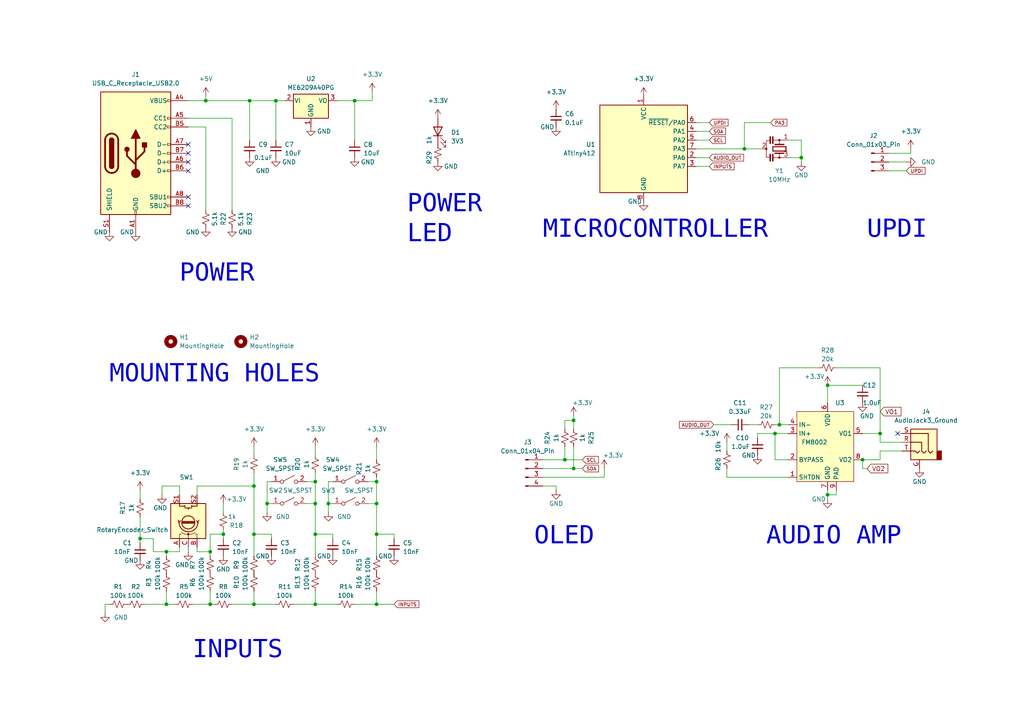
<source format=kicad_sch>
(kicad_sch (version 20230121) (generator eeschema)
  (paper "A4")
  (lib_symbols
    (symbol "Connector:Conn_01x03_Pin" (pin_names (offset 1.016) hide)
      (property "Reference" "J" (at 0 5.08 0))
      (property "Value" "Conn_01x03_Pin" (at 0 -5.08 0))
      (symbol "Conn_01x03_Pin_1_1"
        (polyline (pts (xy 1.27 -2.54) (xy 0.8636 -2.54)) (stroke (width 0.1524)))
        (polyline (pts (xy 1.27 0) (xy 0.8636 0)) (stroke (width 0.1524)))
        (polyline (pts (xy 1.27 2.54) (xy 0.8636 2.54)) (stroke (width 0.1524)))
        (rectangle (start 0.8636 -2.413) (end 0 -2.667) (stroke (width 0.1524)) (fill (type outline)))
        (rectangle (start 0.8636 0.127) (end 0 -0.127) (stroke (width 0.1524)) (fill (type outline)))
        (rectangle (start 0.8636 2.667) (end 0 2.413) (stroke (width 0.1524)) (fill (type outline)))
        (pin passive line (at 5.08 2.54 180) (length 3.81) (name "Pin_1") (number "1"))
        (pin passive line (at 5.08 0 180) (length 3.81) (name "Pin_2") (number "2"))
        (pin passive line (at 5.08 -2.54 180) (length 3.81) (name "Pin_3") (number "3"))
      )
    )
    (symbol "Connector:Conn_01x04_Pin" (pin_names (offset 1.016) hide)
      (property "Reference" "J" (at 0 5.08 0))
      (property "Value" "Conn_01x04_Pin" (at 0 -7.62 0))
      (symbol "Conn_01x04_Pin_1_1"
        (polyline (pts (xy 1.27 -5.08) (xy 0.8636 -5.08)) (stroke (width 0.1524)))
        (polyline (pts (xy 1.27 -2.54) (xy 0.8636 -2.54)) (stroke (width 0.1524)))
        (polyline (pts (xy 1.27 0) (xy 0.8636 0)) (stroke (width 0.1524)))
        (polyline (pts (xy 1.27 2.54) (xy 0.8636 2.54)) (stroke (width 0.1524)))
        (rectangle (start 0.8636 -4.953) (end 0 -5.207) (stroke (width 0.1524)) (fill (type outline)))
        (rectangle (start 0.8636 -2.413) (end 0 -2.667) (stroke (width 0.1524)) (fill (type outline)))
        (rectangle (start 0.8636 0.127) (end 0 -0.127) (stroke (width 0.1524)) (fill (type outline)))
        (rectangle (start 0.8636 2.667) (end 0 2.413) (stroke (width 0.1524)) (fill (type outline)))
        (pin passive line (at 5.08 2.54 180) (length 3.81) (name "Pin_1") (number "1"))
        (pin passive line (at 5.08 0 180) (length 3.81) (name "Pin_2") (number "2"))
        (pin passive line (at 5.08 -2.54 180) (length 3.81) (name "Pin_3") (number "3"))
        (pin passive line (at 5.08 -5.08 180) (length 3.81) (name "Pin_4") (number "4"))
      )
    )
    (symbol "Connector:USB_C_Receptacle_USB2.0" (pin_names (offset 1.016))
      (property "Reference" "J" (at -10.16 19.05 0))
      (property "Value" "USB_C_Receptacle_USB2.0" (at 19.05 19.05 0))
      (symbol "USB_C_Receptacle_USB2.0_0_0"
        (rectangle (start -0.254 -17.78) (end 0.254 -16.764))
        (rectangle (start 10.16 -14.986) (end 9.144 -15.494))
        (rectangle (start 10.16 -12.446) (end 9.144 -12.954))
        (rectangle (start 10.16 -4.826) (end 9.144 -5.334))
        (rectangle (start 10.16 -2.286) (end 9.144 -2.794))
        (rectangle (start 10.16 0.254) (end 9.144 -0.254))
        (rectangle (start 10.16 2.794) (end 9.144 2.286))
        (rectangle (start 10.16 7.874) (end 9.144 7.366))
        (rectangle (start 10.16 10.414) (end 9.144 9.906))
        (rectangle (start 10.16 15.494) (end 9.144 14.986))
      )
      (symbol "USB_C_Receptacle_USB2.0_0_1"
        (rectangle (start -10.16 17.78) (end 10.16 -17.78) (stroke (width 0.254)) (fill (type background)))
        (arc (start -8.89 -3.81) (mid -6.985 -5.7067) (end -5.08 -3.81) (stroke (width 0.508)))
        (arc (start -7.62 -3.81) (mid -6.985 -4.4423) (end -6.35 -3.81) (stroke (width 0.254)))
        (arc (start -7.62 -3.81) (mid -6.985 -4.4423) (end -6.35 -3.81) (stroke (width 0.254)) (fill (type outline)))
        (rectangle (start -7.62 -3.81) (end -6.35 3.81) (stroke (width 0.254)) (fill (type outline)))
        (arc (start -6.35 3.81) (mid -6.985 4.4423) (end -7.62 3.81) (stroke (width 0.254)))
        (arc (start -6.35 3.81) (mid -6.985 4.4423) (end -7.62 3.81) (stroke (width 0.254)) (fill (type outline)))
        (arc (start -5.08 3.81) (mid -6.985 5.7067) (end -8.89 3.81) (stroke (width 0.508)))
        (circle (center -2.54 1.143) (radius 0.635) (stroke (width 0.254)) (fill (type outline)))
        (circle (center 0 -5.842) (radius 1.27) (fill (type outline)))
        (polyline (pts (xy -8.89 -3.81) (xy -8.89 3.81)) (stroke (width 0.508)))
        (polyline (pts (xy -5.08 3.81) (xy -5.08 -3.81)) (stroke (width 0.508)))
        (polyline (pts (xy 0 -5.842) (xy 0 4.318)) (stroke (width 0.508)))
        (polyline (pts (xy 0 -3.302) (xy -2.54 -0.762) (xy -2.54 0.508)) (stroke (width 0.508)))
        (polyline (pts (xy 0 -2.032) (xy 2.54 0.508) (xy 2.54 1.778)) (stroke (width 0.508)))
        (polyline (pts (xy -1.27 4.318) (xy 0 6.858) (xy 1.27 4.318) (xy -1.27 4.318)) (stroke (width 0.254)) (fill (type outline)))
        (rectangle (start 1.905 1.778) (end 3.175 3.048) (stroke (width 0.254)) (fill (type outline)))
      )
      (symbol "USB_C_Receptacle_USB2.0_1_1"
        (pin passive line (at 0 -22.86 90) (length 5.08) (name "GND") (number "A1"))
        (pin passive line (at 0 -22.86 90) (length 5.08) hide (name "GND") (number "A12"))
        (pin passive line (at 15.24 15.24 180) (length 5.08) (name "VBUS") (number "A4"))
        (pin bidirectional line (at 15.24 10.16 180) (length 5.08) (name "CC1") (number "A5"))
        (pin bidirectional line (at 15.24 -2.54 180) (length 5.08) (name "D+") (number "A6"))
        (pin bidirectional line (at 15.24 2.54 180) (length 5.08) (name "D-") (number "A7"))
        (pin bidirectional line (at 15.24 -12.7 180) (length 5.08) (name "SBU1") (number "A8"))
        (pin passive line (at 15.24 15.24 180) (length 5.08) hide (name "VBUS") (number "A9"))
        (pin passive line (at 0 -22.86 90) (length 5.08) hide (name "GND") (number "B1"))
        (pin passive line (at 0 -22.86 90) (length 5.08) hide (name "GND") (number "B12"))
        (pin passive line (at 15.24 15.24 180) (length 5.08) hide (name "VBUS") (number "B4"))
        (pin bidirectional line (at 15.24 7.62 180) (length 5.08) (name "CC2") (number "B5"))
        (pin bidirectional line (at 15.24 -5.08 180) (length 5.08) (name "D+") (number "B6"))
        (pin bidirectional line (at 15.24 0 180) (length 5.08) (name "D-") (number "B7"))
        (pin bidirectional line (at 15.24 -15.24 180) (length 5.08) (name "SBU2") (number "B8"))
        (pin passive line (at 15.24 15.24 180) (length 5.08) hide (name "VBUS") (number "B9"))
        (pin passive line (at -7.62 -22.86 90) (length 5.08) (name "SHIELD") (number "S1"))
      )
    )
    (symbol "Device:C_Small" (pin_numbers hide) (pin_names (offset 0.254) hide)
      (property "Reference" "C" (at 0.254 1.778 0))
      (property "Value" "C_Small" (at 0.254 -2.032 0))
      (symbol "C_Small_0_1"
        (polyline (pts (xy -1.524 -0.508) (xy 1.524 -0.508)) (stroke (width 0.3302)))
        (polyline (pts (xy -1.524 0.508) (xy 1.524 0.508)) (stroke (width 0.3048)))
      )
      (symbol "C_Small_1_1"
        (pin passive line (at 0 2.54 270) (length 2.032) (name "~") (number "1"))
        (pin passive line (at 0 -2.54 90) (length 2.032) (name "~") (number "2"))
      )
    )
    (symbol "Device:LED" (pin_numbers hide) (pin_names (offset 1.016) hide)
      (property "Reference" "D" (at 0 2.54 0))
      (property "Value" "LED" (at 0 -2.54 0))
      (symbol "LED_0_1"
        (polyline (pts (xy -1.27 -1.27) (xy -1.27 1.27)) (stroke (width 0.254)))
        (polyline (pts (xy -1.27 0) (xy 1.27 0)))
        (polyline (pts (xy 1.27 -1.27) (xy 1.27 1.27) (xy -1.27 0) (xy 1.27 -1.27)) (stroke (width 0.254)))
        (polyline (pts (xy -3.048 -0.762) (xy -4.572 -2.286) (xy -3.81 -2.286) (xy -4.572 -2.286) (xy -4.572 -1.524)))
        (polyline (pts (xy -1.778 -0.762) (xy -3.302 -2.286) (xy -2.54 -2.286) (xy -3.302 -2.286) (xy -3.302 -1.524)))
      )
      (symbol "LED_1_1"
        (pin passive line (at -3.81 0 0) (length 2.54) (name "K") (number "1"))
        (pin passive line (at 3.81 0 180) (length 2.54) (name "A") (number "2"))
      )
    )
    (symbol "Device:R_Small_US" (pin_numbers hide) (pin_names (offset 0.254) hide)
      (property "Reference" "R" (at 0.762 0.508 0))
      (property "Value" "R_Small_US" (at 0.762 -1.016 0))
      (symbol "R_Small_US_1_1"
        (polyline (pts (xy 0 0) (xy 1.016 -0.381) (xy 0 -0.762) (xy -1.016 -1.143) (xy 0 -1.524)))
        (polyline (pts (xy 0 1.524) (xy 1.016 1.143) (xy 0 0.762) (xy -1.016 0.381) (xy 0 0)))
        (pin passive line (at 0 2.54 270) (length 1.016) (name "~") (number "1"))
        (pin passive line (at 0 -2.54 90) (length 1.016) (name "~") (number "2"))
      )
    )
    (symbol "Device:Resonator_Small" (pin_names (offset 1.016) hide)
      (property "Reference" "Y" (at 3.175 1.905 0))
      (property "Value" "Resonator_Small" (at 3.175 0 0))
      (symbol "Resonator_Small_0_1"
        (rectangle (start -3.556 -2.54) (end -1.524 -2.794) (fill (type outline)))
        (rectangle (start -3.556 -1.778) (end -1.524 -2.032) (fill (type outline)))
        (circle (center -2.54 0) (radius 0.254) (fill (type outline)))
        (rectangle (start -0.635 1.905) (end 0.635 -1.905) (stroke (width 0.3048)))
        (circle (center 0 -3.81) (radius 0.254) (fill (type outline)))
        (polyline (pts (xy -2.54 -1.778) (xy -2.54 0)))
        (polyline (pts (xy -2.54 0) (xy -1.397 0)))
        (polyline (pts (xy -2.54 1.27) (xy -2.54 0)))
        (polyline (pts (xy -1.27 -1.27) (xy -1.27 1.27)) (stroke (width 0.381)))
        (polyline (pts (xy 1.27 -1.27) (xy 1.27 1.27)) (stroke (width 0.381)))
        (polyline (pts (xy 1.27 0) (xy 2.54 0)))
        (polyline (pts (xy 2.54 0) (xy 2.54 -1.778)))
        (polyline (pts (xy 2.54 1.27) (xy 2.54 0)))
        (polyline (pts (xy 2.413 -2.794) (xy 2.413 -3.81) (xy -2.413 -3.81) (xy -2.413 -2.667)))
        (rectangle (start 1.524 -2.54) (end 3.556 -2.794) (fill (type outline)))
        (rectangle (start 1.524 -1.778) (end 3.556 -2.032) (fill (type outline)))
        (circle (center 2.54 0) (radius 0.254) (fill (type outline)))
      )
      (symbol "Resonator_Small_1_1"
        (pin passive line (at -2.54 2.54 270) (length 1.27) (name "1") (number "1"))
        (pin passive line (at 0 -5.08 90) (length 1.27) (name "2") (number "2"))
        (pin passive line (at 2.54 2.54 270) (length 1.27) (name "3") (number "3"))
      )
    )
    (symbol "Device:RotaryEncoder_Switch" (pin_names (offset 0.254) hide)
      (property "Reference" "SW" (at 0 6.604 0))
      (property "Value" "RotaryEncoder_Switch" (at 0 -6.604 0))
      (symbol "RotaryEncoder_Switch_0_1"
        (rectangle (start -5.08 5.08) (end 5.08 -5.08) (stroke (width 0.254)) (fill (type background)))
        (circle (center -3.81 0) (radius 0.254) (fill (type outline)))
        (circle (center -0.381 0) (radius 1.905) (stroke (width 0.254)))
        (arc (start -0.381 2.667) (mid -3.0988 -0.0635) (end -0.381 -2.794) (stroke (width 0.254)))
        (polyline (pts (xy -0.635 -1.778) (xy -0.635 1.778)) (stroke (width 0.254)))
        (polyline (pts (xy -0.381 -1.778) (xy -0.381 1.778)) (stroke (width 0.254)))
        (polyline (pts (xy -0.127 1.778) (xy -0.127 -1.778)) (stroke (width 0.254)))
        (polyline (pts (xy 3.81 0) (xy 3.429 0)) (stroke (width 0.254)))
        (polyline (pts (xy 3.81 1.016) (xy 3.81 -1.016)) (stroke (width 0.254)))
        (polyline (pts (xy -5.08 -2.54) (xy -3.81 -2.54) (xy -3.81 -2.032)))
        (polyline (pts (xy -5.08 2.54) (xy -3.81 2.54) (xy -3.81 2.032)))
        (polyline (pts (xy 0.254 -3.048) (xy -0.508 -2.794) (xy 0.127 -2.413)) (stroke (width 0.254)))
        (polyline (pts (xy 0.254 2.921) (xy -0.508 2.667) (xy 0.127 2.286)) (stroke (width 0.254)))
        (polyline (pts (xy 5.08 -2.54) (xy 4.318 -2.54) (xy 4.318 -1.016)) (stroke (width 0.254)))
        (polyline (pts (xy 5.08 2.54) (xy 4.318 2.54) (xy 4.318 1.016)) (stroke (width 0.254)))
        (polyline (pts (xy -5.08 0) (xy -3.81 0) (xy -3.81 -1.016) (xy -3.302 -2.032)))
        (polyline (pts (xy -4.318 0) (xy -3.81 0) (xy -3.81 1.016) (xy -3.302 2.032)))
        (circle (center 4.318 -1.016) (radius 0.127) (stroke (width 0.254)))
        (circle (center 4.318 1.016) (radius 0.127) (stroke (width 0.254)))
      )
      (symbol "RotaryEncoder_Switch_1_1"
        (pin passive line (at -7.62 2.54 0) (length 2.54) (name "A") (number "A"))
        (pin passive line (at -7.62 -2.54 0) (length 2.54) (name "B") (number "B"))
        (pin passive line (at -7.62 0 0) (length 2.54) (name "C") (number "C"))
        (pin passive line (at 7.62 2.54 180) (length 2.54) (name "S1") (number "S1"))
        (pin passive line (at 7.62 -2.54 180) (length 2.54) (name "S2") (number "S2"))
      )
    )
    (symbol "EzerLonginus:AudioJack3_Ground"
      (property "Reference" "J" (at 0 8.89 0))
      (property "Value" "AudioJack3_Ground" (at 0 6.35 0))
      (symbol "AudioJack3_Ground_0_1"
        (rectangle (start -5.08 -2.54) (end -6.35 -5.08) (stroke (width 0.254)) (fill (type outline)))
        (rectangle (start -5.08 3.81) (end 2.54 -5.08) (stroke (width 0.254)) (fill (type background)))
        (polyline (pts (xy 0 -2.54) (xy 0.635 -3.175) (xy 1.27 -2.54) (xy 2.54 -2.54)) (stroke (width 0.254)))
        (polyline (pts (xy -1.905 -2.54) (xy -1.27 -3.175) (xy -0.635 -2.54) (xy -0.635 0) (xy 2.54 0)) (stroke (width 0.254)))
        (polyline (pts (xy 2.54 2.54) (xy -2.54 2.54) (xy -2.54 -2.54) (xy -3.175 -3.175) (xy -3.81 -2.54)) (stroke (width 0.254)))
      )
      (symbol "AudioJack3_Ground_1_1"
        (pin passive line (at 0 -7.62 90) (length 2.54) (name "~") (number "G"))
        (pin passive line (at 5.08 0 180) (length 2.54) (name "~") (number "R"))
        (pin passive line (at 5.08 2.54 180) (length 2.54) (name "~") (number "S"))
        (pin passive line (at 5.08 -2.54 180) (length 2.54) (name "~") (number "T"))
      )
    )
    (symbol "EzerLonginus:FM8002A"
      (property "Reference" "U" (at -2.54 0 0))
      (symbol "FM8002A_1_1"
        (rectangle (start -8.89 10.16) (end 7.62 -10.16) (fill (type background)))
        (pin input line (at -11.43 -8.89 0) (length 2.54) (name "SHTDN") (number "1"))
        (pin input line (at -11.43 -3.81 0) (length 2.54) (name "BYPASS") (number "2"))
        (pin input line (at -11.43 3.81 0) (length 2.54) (name "IN+") (number "3"))
        (pin input line (at -11.43 6.35 0) (length 2.54) (name "IN-") (number "4"))
        (pin output line (at 10.16 3.81 180) (length 2.54) (name "VO1") (number "5"))
        (pin power_in line (at 0 12.7 270) (length 2.54) (name "VDD") (number "6"))
        (pin power_in line (at 0 -12.7 90) (length 2.54) (name "GND") (number "7"))
        (pin output line (at 10.16 -3.81 180) (length 2.54) (name "VO2") (number "8"))
        (pin power_in line (at 2.54 -12.7 90) (length 2.54) (name "PAD") (number "9"))
      )
    )
    (symbol "MCU_Microchip_ATtiny:ATtiny412-SS"
      (property "Reference" "U" (at -12.7 13.97 0))
      (property "Value" "ATtiny412-SS" (at 2.54 -13.97 0))
      (symbol "ATtiny412-SS_0_1"
        (rectangle (start -12.7 -12.7) (end 12.7 12.7) (stroke (width 0.254)) (fill (type background)))
      )
      (symbol "ATtiny412-SS_1_1"
        (pin power_in line (at 0 15.24 270) (length 2.54) (name "VCC") (number "1"))
        (pin bidirectional line (at 15.24 -2.54 180) (length 2.54) (name "PA6") (number "2"))
        (pin bidirectional line (at 15.24 -5.08 180) (length 2.54) (name "PA7") (number "3"))
        (pin bidirectional line (at 15.24 5.08 180) (length 2.54) (name "PA1") (number "4"))
        (pin bidirectional line (at 15.24 2.54 180) (length 2.54) (name "PA2") (number "5"))
        (pin bidirectional line (at 15.24 7.62 180) (length 2.54) (name "~{RESET}/PA0") (number "6"))
        (pin bidirectional line (at 15.24 0 180) (length 2.54) (name "PA3") (number "7"))
        (pin power_in line (at 0 -15.24 90) (length 2.54) (name "GND") (number "8"))
      )
    )
    (symbol "Mechanical:MountingHole" (pin_names (offset 1.016))
      (property "Reference" "H" (at 0 5.08 0))
      (property "Value" "MountingHole" (at 0 3.175 0))
      (symbol "MountingHole_0_1"
        (circle (center 0 0) (radius 1.27) (stroke (width 1.27)))
      )
    )
    (symbol "Regulator_Linear:AP2127R-3.3" (pin_names (offset 0.254))
      (property "Reference" "U" (at -3.81 3.175 0))
      (property "Value" "AP2127R-3.3" (at 0 3.175 0))
      (symbol "AP2127R-3.3_0_1"
        (rectangle (start -5.08 -5.08) (end 5.08 1.905) (stroke (width 0.254)) (fill (type background)))
      )
      (symbol "AP2127R-3.3_1_1"
        (pin power_in line (at 0 -7.62 90) (length 2.54) (name "GND") (number "1"))
        (pin power_in line (at -7.62 0 0) (length 2.54) (name "VI") (number "2"))
        (pin power_out line (at 7.62 0 180) (length 2.54) (name "VO") (number "3"))
      )
    )
    (symbol "Switch:SW_SPST" (pin_names (offset 0) hide)
      (property "Reference" "SW" (at 0 3.175 0))
      (property "Value" "SW_SPST" (at 0 -2.54 0))
      (symbol "SW_SPST_0_0"
        (circle (center -2.032 0) (radius 0.508))
        (polyline (pts (xy -1.524 0.254) (xy 1.524 1.778)))
        (circle (center 2.032 0) (radius 0.508))
      )
      (symbol "SW_SPST_1_1"
        (pin passive line (at -5.08 0 0) (length 2.54) (name "A") (number "1"))
        (pin passive line (at 5.08 0 180) (length 2.54) (name "B") (number "2"))
      )
    )
    (symbol "power:+3.3V" (power) (pin_names (offset 0))
      (property "Value" "+3.3V" (at 0 3.556 0))
      (symbol "+3.3V_0_1"
        (polyline (pts (xy -0.762 1.27) (xy 0 2.54)))
        (polyline (pts (xy 0 0) (xy 0 2.54)))
        (polyline (pts (xy 0 2.54) (xy 0.762 1.27)))
      )
      (symbol "+3.3V_1_1"
        (pin power_in line (at 0 0 90) (length 0) hide (name "+3.3V") (number "1"))
      )
    )
    (symbol "power:+5V" (power) (pin_names (offset 0))
      (property "Value" "+5V" (at 0 3.556 0))
      (symbol "+5V_0_1"
        (polyline (pts (xy -0.762 1.27) (xy 0 2.54)))
        (polyline (pts (xy 0 0) (xy 0 2.54)))
        (polyline (pts (xy 0 2.54) (xy 0.762 1.27)))
      )
      (symbol "+5V_1_1"
        (pin power_in line (at 0 0 90) (length 0) hide (name "+5V") (number "1"))
      )
    )
    (symbol "power:GND" (power) (pin_names (offset 0))
      (property "Value" "GND" (at 0 -3.81 0))
      (symbol "GND_0_1"
        (polyline (pts (xy 0 0) (xy 0 -1.27) (xy 1.27 -1.27) (xy 0 -2.54) (xy -1.27 -1.27) (xy 0 -1.27)))
      )
      (symbol "GND_1_1"
        (pin power_in line (at 0 0 270) (length 0) hide (name "GND") (number "1"))
      )
    )
  )
  (junction (at 40.64 156.21))
  (junction (at 64.77 154.94))
  (junction (at 255.27 125.73))
  (junction (at 250.19 133.35))
  (junction (at 59.69 29.21))
  (junction (at 91.44 139.7))
  (junction (at 60.96 160.02))
  (junction (at 240.03 143.51))
  (junction (at 72.39 29.21))
  (junction (at 166.37 135.89))
  (junction (at 77.47 146.05))
  (junction (at 91.44 175.26))
  (junction (at 215.9 43.18))
  (junction (at 226.06 123.19))
  (junction (at 73.66 154.94))
  (junction (at 48.26 175.26))
  (junction (at 80.01 29.21))
  (junction (at 224.79 125.73))
  (junction (at 73.66 175.26))
  (junction (at 102.87 29.21))
  (junction (at 48.26 160.02))
  (junction (at 232.41 45.72))
  (junction (at 73.66 140.97))
  (junction (at 109.22 175.26))
  (junction (at 95.25 146.05))
  (junction (at 91.44 146.05))
  (junction (at 240.03 111.76))
  (junction (at 163.83 133.35))
  (junction (at 91.44 154.94))
  (junction (at 109.22 139.7))
  (junction (at 109.22 154.94))
  (junction (at 166.37 121.92))
  (junction (at 109.22 146.05))
  (junction (at 60.96 175.26))
  (no_connect (at 54.61 41.91))
  (no_connect (at 54.61 57.15))
  (no_connect (at 54.61 59.69))
  (no_connect (at 54.61 49.53))
  (no_connect (at 54.61 44.45))
  (no_connect (at 54.61 46.99))
  (no_connect (at 260.35 125.73))
  (wire (pts (xy 250.19 125.73) (xy 255.27 125.73)))
  (wire (pts (xy 210.82 128.27) (xy 210.82 130.81)))
  (wire (pts (xy 96.52 156.21) (xy 96.52 154.94)))
  (wire (pts (xy 44.45 160.02) (xy 44.45 156.21)))
  (wire (pts (xy 102.87 175.26) (xy 109.22 175.26)))
  (wire (pts (xy 59.69 29.21) (xy 72.39 29.21)))
  (wire (pts (xy 219.71 125.73) (xy 224.79 125.73)))
  (wire (pts (xy 114.3 156.21) (xy 114.3 154.94)))
  (wire (pts (xy 109.22 129.54) (xy 109.22 133.35)))
  (wire (pts (xy 72.39 29.21) (xy 80.01 29.21)))
  (wire (pts (xy 91.44 175.26) (xy 97.79 175.26)))
  (wire (pts (xy 64.77 154.94) (xy 64.77 156.21)))
  (wire (pts (xy 57.15 140.97) (xy 73.66 140.97)))
  (wire (pts (xy 102.87 29.21) (xy 102.87 40.64)))
  (wire (pts (xy 78.74 154.94) (xy 73.66 154.94)))
  (wire (pts (xy 166.37 129.54) (xy 166.37 135.89)))
  (wire (pts (xy 40.64 156.21) (xy 40.64 157.48)))
  (wire (pts (xy 64.77 154.94) (xy 64.77 153.67)))
  (wire (pts (xy 60.96 160.02) (xy 60.96 154.94)))
  (wire (pts (xy 161.29 140.97) (xy 161.29 142.24)))
  (wire (pts (xy 224.79 123.19) (xy 226.06 123.19)))
  (wire (pts (xy 224.79 125.73) (xy 228.6 125.73)))
  (wire (pts (xy 54.61 158.75) (xy 54.61 160.02)))
  (wire (pts (xy 80.01 29.21) (xy 82.55 29.21)))
  (wire (pts (xy 95.25 146.05) (xy 95.25 148.59)))
  (wire (pts (xy 48.26 160.02) (xy 44.45 160.02)))
  (wire (pts (xy 255.27 128.27) (xy 261.62 128.27)))
  (wire (pts (xy 232.41 40.64) (xy 232.41 45.72)))
  (wire (pts (xy 250.19 133.35) (xy 255.27 133.35)))
  (wire (pts (xy 157.48 140.97) (xy 161.29 140.97)))
  (wire (pts (xy 60.96 160.02) (xy 60.96 161.29)))
  (wire (pts (xy 109.22 138.43) (xy 109.22 139.7)))
  (wire (pts (xy 228.6 133.35) (xy 224.79 133.35)))
  (wire (pts (xy 85.09 175.26) (xy 91.44 175.26)))
  (wire (pts (xy 201.93 43.18) (xy 215.9 43.18)))
  (wire (pts (xy 78.74 156.21) (xy 78.74 154.94)))
  (wire (pts (xy 257.81 46.99) (xy 262.89 46.99)))
  (wire (pts (xy 175.26 138.43) (xy 175.26 135.89)))
  (wire (pts (xy 73.66 140.97) (xy 73.66 154.94)))
  (wire (pts (xy 55.88 175.26) (xy 60.96 175.26)))
  (wire (pts (xy 31.75 175.26) (xy 30.48 175.26)))
  (wire (pts (xy 255.27 106.68) (xy 242.57 106.68)))
  (wire (pts (xy 157.48 138.43) (xy 175.26 138.43)))
  (wire (pts (xy 163.83 133.35) (xy 168.91 133.35)))
  (wire (pts (xy 77.47 139.7) (xy 77.47 146.05)))
  (wire (pts (xy 224.79 133.35) (xy 224.79 125.73)))
  (wire (pts (xy 57.15 143.51) (xy 57.15 140.97)))
  (wire (pts (xy 201.93 48.26) (xy 205.74 48.26)))
  (wire (pts (xy 251.46 135.89) (xy 250.19 135.89)))
  (wire (pts (xy 226.06 123.19) (xy 228.6 123.19)))
  (wire (pts (xy 40.64 156.21) (xy 40.64 149.86)))
  (wire (pts (xy 97.79 29.21) (xy 102.87 29.21)))
  (wire (pts (xy 78.74 139.7) (xy 77.47 139.7)))
  (wire (pts (xy 52.07 160.02) (xy 48.26 160.02)))
  (wire (pts (xy 215.9 35.56) (xy 223.52 35.56)))
  (wire (pts (xy 166.37 120.65) (xy 166.37 121.92)))
  (wire (pts (xy 102.87 29.21) (xy 107.95 29.21)))
  (wire (pts (xy 228.6 45.72) (xy 232.41 45.72)))
  (wire (pts (xy 201.93 45.72) (xy 205.74 45.72)))
  (wire (pts (xy 60.96 171.45) (xy 60.96 175.26)))
  (wire (pts (xy 91.44 137.16) (xy 91.44 139.7)))
  (wire (pts (xy 217.17 123.19) (xy 219.71 123.19)))
  (wire (pts (xy 242.57 142.24) (xy 242.57 143.51)))
  (wire (pts (xy 163.83 124.46) (xy 163.83 121.92)))
  (wire (pts (xy 240.03 111.76) (xy 240.03 116.84)))
  (wire (pts (xy 166.37 135.89) (xy 168.91 135.89)))
  (wire (pts (xy 219.71 125.73) (xy 219.71 127)))
  (wire (pts (xy 109.22 171.45) (xy 109.22 175.26)))
  (wire (pts (xy 264.16 43.18) (xy 264.16 44.45)))
  (wire (pts (xy 73.66 137.16) (xy 73.66 140.97)))
  (wire (pts (xy 44.45 156.21) (xy 40.64 156.21)))
  (wire (pts (xy 109.22 175.26) (xy 114.3 175.26)))
  (wire (pts (xy 255.27 130.81) (xy 261.62 130.81)))
  (wire (pts (xy 40.64 142.24) (xy 40.64 144.78)))
  (wire (pts (xy 109.22 146.05) (xy 109.22 154.94)))
  (wire (pts (xy 73.66 171.45) (xy 73.66 175.26)))
  (wire (pts (xy 163.83 129.54) (xy 163.83 133.35)))
  (wire (pts (xy 46.99 140.97) (xy 46.99 143.51)))
  (wire (pts (xy 48.26 171.45) (xy 48.26 175.26)))
  (wire (pts (xy 228.6 40.64) (xy 232.41 40.64)))
  (wire (pts (xy 109.22 139.7) (xy 109.22 146.05)))
  (wire (pts (xy 106.68 146.05) (xy 109.22 146.05)))
  (wire (pts (xy 240.03 143.51) (xy 242.57 143.51)))
  (wire (pts (xy 67.31 34.29) (xy 67.31 60.96)))
  (wire (pts (xy 210.82 138.43) (xy 210.82 135.89)))
  (wire (pts (xy 255.27 125.73) (xy 255.27 128.27)))
  (wire (pts (xy 255.27 125.73) (xy 255.27 106.68)))
  (wire (pts (xy 88.9 139.7) (xy 91.44 139.7)))
  (wire (pts (xy 57.15 158.75) (xy 57.15 160.02)))
  (wire (pts (xy 59.69 36.83) (xy 54.61 36.83)))
  (wire (pts (xy 30.48 175.26) (xy 30.48 177.8)))
  (wire (pts (xy 109.22 154.94) (xy 109.22 161.29)))
  (wire (pts (xy 48.26 175.26) (xy 50.8 175.26)))
  (wire (pts (xy 73.66 154.94) (xy 73.66 161.29)))
  (wire (pts (xy 91.44 139.7) (xy 91.44 146.05)))
  (wire (pts (xy 96.52 154.94) (xy 91.44 154.94)))
  (wire (pts (xy 109.22 154.94) (xy 114.3 154.94)))
  (wire (pts (xy 60.96 175.26) (xy 62.23 175.26)))
  (wire (pts (xy 157.48 133.35) (xy 163.83 133.35)))
  (wire (pts (xy 67.31 175.26) (xy 73.66 175.26)))
  (wire (pts (xy 232.41 45.72) (xy 232.41 46.99)))
  (wire (pts (xy 91.44 146.05) (xy 91.44 154.94)))
  (wire (pts (xy 52.07 158.75) (xy 52.07 160.02)))
  (wire (pts (xy 260.35 125.73) (xy 261.62 125.73)))
  (wire (pts (xy 77.47 146.05) (xy 77.47 148.59)))
  (wire (pts (xy 73.66 129.54) (xy 73.66 132.08)))
  (wire (pts (xy 240.03 111.76) (xy 250.19 111.76)))
  (wire (pts (xy 257.81 49.53) (xy 262.89 49.53)))
  (wire (pts (xy 201.93 40.64) (xy 205.74 40.64)))
  (wire (pts (xy 64.77 146.05) (xy 64.77 148.59)))
  (wire (pts (xy 88.9 146.05) (xy 91.44 146.05)))
  (wire (pts (xy 210.82 138.43) (xy 228.6 138.43)))
  (wire (pts (xy 72.39 40.64) (xy 72.39 29.21)))
  (wire (pts (xy 48.26 160.02) (xy 48.26 161.29)))
  (wire (pts (xy 59.69 60.96) (xy 59.69 36.83)))
  (wire (pts (xy 91.44 154.94) (xy 91.44 161.29)))
  (wire (pts (xy 237.49 106.68) (xy 226.06 106.68)))
  (wire (pts (xy 257.81 44.45) (xy 264.16 44.45)))
  (wire (pts (xy 166.37 121.92) (xy 166.37 124.46)))
  (wire (pts (xy 54.61 34.29) (xy 67.31 34.29)))
  (wire (pts (xy 201.93 38.1) (xy 205.74 38.1)))
  (wire (pts (xy 54.61 29.21) (xy 59.69 29.21)))
  (wire (pts (xy 57.15 160.02) (xy 60.96 160.02)))
  (wire (pts (xy 250.19 133.35) (xy 250.19 135.89)))
  (wire (pts (xy 78.74 146.05) (xy 77.47 146.05)))
  (wire (pts (xy 163.83 121.92) (xy 166.37 121.92)))
  (wire (pts (xy 95.25 139.7) (xy 95.25 146.05)))
  (wire (pts (xy 226.06 106.68) (xy 226.06 123.19)))
  (wire (pts (xy 52.07 140.97) (xy 46.99 140.97)))
  (wire (pts (xy 215.9 43.18) (xy 220.98 43.18)))
  (wire (pts (xy 41.91 175.26) (xy 48.26 175.26)))
  (wire (pts (xy 215.9 35.56) (xy 215.9 43.18)))
  (wire (pts (xy 107.95 26.67) (xy 107.95 29.21)))
  (wire (pts (xy 240.03 142.24) (xy 240.03 143.51)))
  (wire (pts (xy 96.52 139.7) (xy 95.25 139.7)))
  (wire (pts (xy 201.93 35.56) (xy 205.74 35.56)))
  (wire (pts (xy 91.44 129.54) (xy 91.44 132.08)))
  (wire (pts (xy 59.69 29.21) (xy 59.69 27.94)))
  (wire (pts (xy 106.68 139.7) (xy 109.22 139.7)))
  (wire (pts (xy 157.48 135.89) (xy 166.37 135.89)))
  (wire (pts (xy 255.27 133.35) (xy 255.27 130.81)))
  (wire (pts (xy 207.01 123.19) (xy 212.09 123.19)))
  (wire (pts (xy 91.44 171.45) (xy 91.44 175.26)))
  (wire (pts (xy 52.07 143.51) (xy 52.07 140.97)))
  (wire (pts (xy 240.03 143.51) (xy 240.03 144.78)))
  (wire (pts (xy 60.96 154.94) (xy 64.77 154.94)))
  (wire (pts (xy 80.01 29.21) (xy 80.01 40.64)))
  (wire (pts (xy 96.52 146.05) (xy 95.25 146.05)))
  (wire (pts (xy 73.66 175.26) (xy 80.01 175.26)))
  (text "OLED" (at 154.94 160.02 0) (effects (font (size 5.17 5.17)) (justify left bottom)))
  (text "UPDI" (at 251.46 71.12 0) (effects (font (size 5.17 5.17)) (justify left bottom)))
  (text "POWER\nLED" (at 118.11 72.39 0) (effects (font (size 5.17 5.17)) (justify left bottom)))
  (text "AUDIO AMP" (at 222.25 160.02 0) (effects (font (size 5.17 5.17)) (justify left bottom)))
  (text "MOUNTING HOLES" (at 31.75 113.03 0) (effects (font (size 5.17 5.17)) (justify left bottom)))
  (text "INPUTS" (at 55.88 193.04 0) (effects (font (size 5.17 5.17)) (justify left bottom)))
  (text "POWER" (at 52.07 83.82 0) (effects (font (size 5.17 5.17)) (justify left bottom)))
  (text "MICROCONTROLLER" (at 157.48 71.12 0) (effects (font (size 5.17 5.17)) (justify left bottom)))
  (global_label "AUDIO_OUT" (shape input) (at 205.74 45.72 0) (effects (font (size 1 1))) (property "Intersheetrefs" "${INTERSHEET_REFS}" (effects hide)))
  (global_label "VO1" (shape input) (at 255.27 119.38 0) (property "Intersheetrefs" "${INTERSHEET_REFS}" (effects hide)))
  (global_label "PA3" (shape input) (at 223.52 35.56 0) (effects (font (size 1 1))) (property "Intersheetrefs" "${INTERSHEET_REFS}" (effects hide)))
  (global_label "SDA" (shape input) (at 168.91 135.89 0) (effects (font (size 1 1))) (property "Intersheetrefs" "${INTERSHEET_REFS}" (effects hide)))
  (global_label "SCL" (shape input) (at 205.74 40.64 0) (effects (font (size 1 1))) (property "Intersheetrefs" "${INTERSHEET_REFS}" (effects hide)))
  (global_label "UPDI" (shape input) (at 205.74 35.56 0) (effects (font (size 1 1))) (property "Intersheetrefs" "${INTERSHEET_REFS}" (effects hide)))
  (global_label "AUDIO_OUT" (shape input) (at 207.01 123.19 180) (effects (font (size 1 1))) (property "Intersheetrefs" "${INTERSHEET_REFS}" (effects hide)))
  (global_label "UPDI" (shape input) (at 262.89 49.53 0) (effects (font (size 1 1))) (property "Intersheetrefs" "${INTERSHEET_REFS}" (effects hide)))
  (global_label "VO2" (shape input) (at 251.46 135.89 0) (property "Intersheetrefs" "${INTERSHEET_REFS}" (effects hide)))
  (global_label "INPUTS" (shape input) (at 205.74 48.26 0) (effects (font (size 1 1))) (property "Intersheetrefs" "${INTERSHEET_REFS}" (effects hide)))
  (global_label "SCL" (shape input) (at 168.91 133.35 0) (effects (font (size 1 1))) (property "Intersheetrefs" "${INTERSHEET_REFS}" (effects hide)))
  (global_label "SDA" (shape input) (at 205.74 38.1 0) (effects (font (size 1 1))) (property "Intersheetrefs" "${INTERSHEET_REFS}" (effects hide)))
  (global_label "INPUTS" (shape input) (at 114.3 175.26 0) (effects (font (size 1 1))) (property "Intersheetrefs" "${INTERSHEET_REFS}" (effects hide)))
  (symbol (lib_id "power:GND") (at 31.75 67.31 0) (unit 1)
    (property "Reference" "#PWR020" (effects hide))
    (property "Value" "GND" (at 29.21 67.31 0))
  )
  (symbol (lib_id "power:GND") (at 30.48 177.8 0) (unit 1)
    (property "Reference" "#PWR02" (effects hide))
    (property "Value" "GND" (at 33.02 179.07 0) (effects (justify left)))
  )
  (symbol (lib_id "power:GND") (at 78.74 161.29 0) (unit 1)
    (property "Reference" "#PWR010" (effects hide))
    (property "Value" "GND" (at 76.2 161.29 0))
  )
  (symbol (lib_id "power:GND") (at 59.69 66.04 0) (unit 1)
    (property "Reference" "#PWR023" (effects hide))
    (property "Value" "GND" (at 55.88 67.31 0))
  )
  (symbol (lib_id "power:GND") (at 46.99 143.51 0) (unit 1)
    (property "Reference" "#PWR06" (effects hide))
    (property "Value" "GND" (at 44.45 147.32 0) (effects (justify left)))
  )
  (symbol (lib_id "Device:RotaryEncoder_Switch") (at 54.61 151.13 90) (unit 1)
    (property "Reference" "SW1" (at 52.07 138.43 90) (effects (justify right)))
    (property "Value" "RotaryEncoder_Switch" (at 27.94 153.67 90) (effects (justify right)))
    (property "Footprint" "Rotary_Encoder:RotaryEncoder_Alps_EC11E-Switch_Vertical_H20mm" (effects hide))
  )
  (symbol (lib_id "Device:R_Small_US") (at 166.37 127 180) (unit 1)
    (property "Reference" "R25" (at 171.45 127 90))
    (property "Value" "1k" (at 161.29 127 90))
    (property "Footprint" "Resistor_SMD:R_0603_1608Metric_Pad0.98x0.95mm_HandSolder" (effects hide))
  )
  (symbol (lib_id "Device:C_Small") (at 161.29 34.29 0) (unit 1)
    (property "Reference" "C6" (at 163.83 33.0263 0) (effects (justify left)))
    (property "Value" "0.1uF" (at 163.83 35.5663 0) (effects (justify left)))
    (property "Footprint" "Capacitor_SMD:C_0603_1608Metric_Pad1.08x0.95mm_HandSolder" (effects hide))
  )
  (symbol (lib_id "Device:R_Small_US") (at 64.77 151.13 180) (unit 1)
    (property "Reference" "R18" (at 68.58 152.4 0))
    (property "Value" "1k" (at 67.31 149.86 0))
    (property "Footprint" "Resistor_SMD:R_0603_1608Metric_Pad0.98x0.95mm_HandSolder" (effects hide))
  )
  (symbol (lib_id "power:GND") (at 161.29 36.83 0) (unit 1)
    (property "Reference" "#PWR017" (effects hide))
    (property "Value" "GND" (at 158.75 36.83 0))
  )
  (symbol (lib_id "power:GND") (at 77.47 148.59 0) (unit 1)
    (property "Reference" "#PWR05" (effects hide))
    (property "Value" "GND" (at 80.01 149.86 0) (effects (justify left)))
  )
  (symbol (lib_id "Device:R_Small_US") (at 109.22 163.83 180) (unit 1)
    (property "Reference" "R15" (at 104.14 163.83 90))
    (property "Value" "100k" (at 106.68 163.83 90))
    (property "Footprint" "Resistor_SMD:R_0603_1608Metric_Pad0.98x0.95mm_HandSolder" (effects hide))
  )
  (symbol (lib_id "power:+5V") (at 59.69 27.94 0) (unit 1)
    (property "Reference" "#PWR022" (effects hide))
    (property "Value" "+5V" (at 59.69 22.86 0))
  )
  (symbol (lib_id "Device:R_Small_US") (at 100.33 175.26 270) (unit 1)
    (property "Reference" "R14" (at 100.33 170.18 90))
    (property "Value" "100k" (at 100.33 172.72 90))
    (property "Footprint" "Resistor_SMD:R_0603_1608Metric_Pad0.98x0.95mm_HandSolder" (effects hide))
  )
  (symbol (lib_id "power:+3.3V") (at 109.22 129.54 0) (unit 1)
    (property "Reference" "#PWR014" (effects hide))
    (property "Value" "+3.3V" (at 109.22 124.46 0))
  )
  (symbol (lib_id "EzerLonginus:FM8002A") (at 240.03 129.54 0) (unit 1)
    (property "Reference" "U3" (at 242.2241 116.84 0) (effects (justify left)))
    (property "Value" "FM8002" (at 236.22 128.27 0))
    (property "Footprint" "Package_SO:SOP-8-1EP_4.57x4.57mm_P1.27mm_EP4.57x4.45mm_ThermalVias" (effects hide))
  )
  (symbol (lib_id "power:GND") (at 266.7 135.89 0) (mirror y) (unit 1)
    (property "Reference" "#PWR041" (effects hide))
    (property "Value" "GND" (at 266.7 139.7 0))
  )
  (symbol (lib_id "power:+3.3V") (at 210.82 128.27 0) (unit 1)
    (property "Reference" "#PWR038" (effects hide))
    (property "Value" "+3.3V" (at 205.74 125.73 0))
  )
  (symbol (lib_id "Device:R_Small_US") (at 73.66 134.62 180) (unit 1)
    (property "Reference" "R19" (at 68.58 134.62 90))
    (property "Value" "1k" (at 71.12 134.62 90))
    (property "Footprint" "Resistor_SMD:R_0603_1608Metric_Pad0.98x0.95mm_HandSolder" (effects hide))
  )
  (symbol (lib_id "Device:C_Small") (at 78.74 158.75 0) (unit 1)
    (property "Reference" "C3" (at 81.28 157.4863 0) (effects (justify left)))
    (property "Value" "10nF" (at 81.28 160.0263 0) (effects (justify left)))
    (property "Footprint" "Capacitor_SMD:C_0603_1608Metric_Pad1.08x0.95mm_HandSolder" (effects hide))
  )
  (symbol (lib_id "power:GND") (at 161.29 142.24 0) (unit 1)
    (property "Reference" "#PWR032" (effects hide))
    (property "Value" "GND" (at 161.29 146.05 0))
  )
  (symbol (lib_id "Device:C_Small") (at 214.63 123.19 90) (unit 1)
    (property "Reference" "C11" (at 214.6363 116.84 90))
    (property "Value" "0.33uF" (at 214.6363 119.38 90))
    (property "Footprint" "Capacitor_SMD:C_0603_1608Metric_Pad1.08x0.95mm_HandSolder" (effects hide))
  )
  (symbol (lib_id "power:+3.3V") (at 240.03 111.76 0) (unit 1)
    (property "Reference" "#PWR039" (effects hide))
    (property "Value" "+3.3V" (at 236.22 109.22 0))
  )
  (symbol (lib_id "Switch:SW_SPST") (at 83.82 146.05 0) (unit 1)
    (property "Reference" "SW2" (at 80.01 142.24 0))
    (property "Value" "SW_SPST" (at 86.36 142.24 0))
    (property "Footprint" "Button_Switch_THT:SW_PUSH_6mm_H4.3mm" (effects hide))
  )
  (symbol (lib_id "Device:R_Small_US") (at 73.66 163.83 180) (unit 1)
    (property "Reference" "R9" (at 68.58 163.83 90))
    (property "Value" "100k" (at 71.12 163.83 90))
    (property "Footprint" "Resistor_SMD:R_0603_1608Metric_Pad0.98x0.95mm_HandSolder" (effects hide))
  )
  (symbol (lib_id "power:GND") (at 72.39 45.72 0) (unit 1)
    (property "Reference" "#PWR035" (effects hide))
    (property "Value" "GND" (at 76.2 49.53 0))
  )
  (symbol (lib_id "Mechanical:MountingHole") (at 49.53 99.06 0) (unit 1)
    (property "Reference" "H1" (at 52.07 97.79 0) (effects (justify left)))
    (property "Value" "MountingHole" (at 52.07 100.33 0) (effects (justify left)))
    (property "Footprint" "MountingHole:MountingHole_2.2mm_M2" (effects hide))
  )
  (symbol (lib_id "Device:R_Small_US") (at 127 44.45 180) (unit 1)
    (property "Reference" "R29" (at 124.46 45.72 90))
    (property "Value" "1k" (at 124.46 40.64 90))
    (property "Footprint" "Resistor_SMD:R_0603_1608Metric_Pad0.98x0.95mm_HandSolder" (effects hide))
  )
  (symbol (lib_id "power:+3.3V") (at 186.69 27.94 0) (unit 1)
    (property "Reference" "#PWR01" (effects hide))
    (property "Value" "+3.3V" (at 186.69 22.86 0))
  )
  (symbol (lib_id "power:GND") (at 262.89 46.99 90) (unit 1)
    (property "Reference" "#PWR030" (effects hide))
    (property "Value" "GND" (at 269.24 46.99 90))
  )
  (symbol (lib_id "Device:R_Small_US") (at 163.83 127 180) (unit 1)
    (property "Reference" "R24" (at 158.75 127 90))
    (property "Value" "1k" (at 168.91 127 90))
    (property "Footprint" "Resistor_SMD:R_0603_1608Metric_Pad0.98x0.95mm_HandSolder" (effects hide))
  )
  (symbol (lib_id "Device:C_Small") (at 40.64 160.02 0) (unit 1)
    (property "Reference" "C1" (at 35.56 157.48 0) (effects (justify left)))
    (property "Value" "10nF" (at 33.02 160.02 0) (effects (justify left)))
    (property "Footprint" "Capacitor_SMD:C_0603_1608Metric_Pad1.08x0.95mm_HandSolder" (effects hide))
  )
  (symbol (lib_id "EzerLonginus:AudioJack3_Ground") (at 266.7 128.27 0) (mirror y) (unit 1)
    (property "Reference" "J4" (at 268.605 119.38 0))
    (property "Value" "AudioJack3_Ground" (at 268.605 121.92 0))
    (property "Footprint" "ELonginus:Jack_3.5mm_PJ320E_Horizontal" (effects hide))
  )
  (symbol (lib_id "Device:R_Small_US") (at 109.22 168.91 0) (unit 1)
    (property "Reference" "R16" (at 104.14 168.91 90))
    (property "Value" "100k" (at 106.68 168.91 90))
    (property "Footprint" "Resistor_SMD:R_0603_1608Metric_Pad0.98x0.95mm_HandSolder" (effects hide))
  )
  (symbol (lib_id "Device:R_Small_US") (at 91.44 134.62 180) (unit 1)
    (property "Reference" "R20" (at 86.36 134.62 90))
    (property "Value" "1k" (at 88.9 134.62 90))
    (property "Footprint" "Resistor_SMD:R_0603_1608Metric_Pad0.98x0.95mm_HandSolder" (effects hide))
  )
  (symbol (lib_id "Device:C_Small") (at 102.87 43.18 0) (unit 1)
    (property "Reference" "C8" (at 105.41 41.9163 0) (effects (justify left)))
    (property "Value" "10uF" (at 105.41 44.4563 0) (effects (justify left)))
    (property "Footprint" "Capacitor_SMD:C_0805_2012Metric_Pad1.18x1.45mm_HandSolder" (effects hide))
  )
  (symbol (lib_id "Device:C_Small") (at 72.39 43.18 0) (unit 1)
    (property "Reference" "C9" (at 74.93 41.91 0) (effects (justify left)))
    (property "Value" "0.1uF" (at 73.66 45.72 0) (effects (justify left)))
    (property "Footprint" "Capacitor_SMD:C_0603_1608Metric_Pad1.08x0.95mm_HandSolder" (effects hide))
  )
  (symbol (lib_id "power:GND") (at 102.87 45.72 0) (unit 1)
    (property "Reference" "#PWR027" (effects hide))
    (property "Value" "GND" (at 106.68 46.99 0))
  )
  (symbol (lib_id "Device:R_Small_US") (at 109.22 135.89 180) (unit 1)
    (property "Reference" "R21" (at 104.14 135.89 90))
    (property "Value" "1k" (at 106.68 135.89 90))
    (property "Footprint" "Resistor_SMD:R_0603_1608Metric_Pad0.98x0.95mm_HandSolder" (effects hide))
  )
  (symbol (lib_id "Device:R_Small_US") (at 67.31 63.5 180) (unit 1)
    (property "Reference" "R23" (at 72.39 63.5 90))
    (property "Value" "5.1k" (at 69.85 63.5 90))
    (property "Footprint" "Resistor_SMD:R_0603_1608Metric_Pad0.98x0.95mm_HandSolder" (effects hide))
  )
  (symbol (lib_id "Switch:SW_SPST") (at 101.6 139.7 0) (unit 1)
    (property "Reference" "SW4" (at 96.52 133.35 0))
    (property "Value" "SW_SPST" (at 97.79 135.89 0))
    (property "Footprint" "Button_Switch_THT:SW_PUSH-12mm" (effects hide))
  )
  (symbol (lib_id "Device:R_Small_US") (at 40.64 147.32 180) (unit 1)
    (property "Reference" "R17" (at 35.56 147.32 90))
    (property "Value" "1k" (at 38.1 147.32 90))
    (property "Footprint" "Resistor_SMD:R_0603_1608Metric_Pad0.98x0.95mm_HandSolder" (effects hide))
  )
  (symbol (lib_id "Device:R_Small_US") (at 64.77 175.26 270) (unit 1)
    (property "Reference" "R8" (at 64.77 170.18 90))
    (property "Value" "100k" (at 64.77 172.72 90))
    (property "Footprint" "Resistor_SMD:R_0603_1608Metric_Pad0.98x0.95mm_HandSolder" (effects hide))
  )
  (symbol (lib_id "Device:C_Small") (at 114.3 158.75 0) (unit 1)
    (property "Reference" "C5" (at 116.84 157.4863 0) (effects (justify left)))
    (property "Value" "10nF" (at 116.84 160.0263 0) (effects (justify left)))
    (property "Footprint" "Capacitor_SMD:C_0603_1608Metric_Pad1.08x0.95mm_HandSolder" (effects hide))
  )
  (symbol (lib_id "Device:R_Small_US") (at 60.96 168.91 0) (unit 1)
    (property "Reference" "R6" (at 55.88 168.91 90))
    (property "Value" "100k" (at 58.42 168.91 90))
    (property "Footprint" "Resistor_SMD:R_0603_1608Metric_Pad0.98x0.95mm_HandSolder" (effects hide))
  )
  (symbol (lib_id "Switch:SW_SPST") (at 101.6 146.05 0) (unit 1)
    (property "Reference" "SW3" (at 95.25 142.24 0))
    (property "Value" "SW_SPST" (at 104.14 142.24 0))
    (property "Footprint" "Button_Switch_THT:SW_PUSH_6mm_H4.3mm" (effects hide))
  )
  (symbol (lib_id "power:GND") (at 232.41 46.99 0) (unit 1)
    (property "Reference" "#PWR034" (effects hide))
    (property "Value" "GND" (at 232.41 50.8 0))
  )
  (symbol (lib_id "MCU_Microchip_ATtiny:ATtiny412-SS") (at 186.69 43.18 0) (unit 1)
    (property "Reference" "U1" (at 172.72 41.91 0) (effects (justify right)))
    (property "Value" "ATtiny412" (at 172.72 44.45 0) (effects (justify right)))
    (property "Footprint" "Package_SO:SOIC-8_3.9x4.9mm_P1.27mm" (effects hide))
    (property "Datasheet" "http://ww1.microchip.com/downloads/en/DeviceDoc/40001911A.pdf" (effects hide))
  )
  (symbol (lib_id "Device:C_Small") (at 64.77 158.75 0) (unit 1)
    (property "Reference" "C2" (at 67.31 157.4863 0) (effects (justify left)))
    (property "Value" "10nF" (at 67.31 160.0263 0) (effects (justify left)))
    (property "Footprint" "Capacitor_SMD:C_0603_1608Metric_Pad1.08x0.95mm_HandSolder" (effects hide))
  )
  (symbol (lib_id "power:+3.3V") (at 166.37 120.65 0) (unit 1)
    (property "Reference" "#PWR033" (effects hide))
    (property "Value" "+3.3V" (at 168.91 116.84 0))
  )
  (symbol (lib_id "Device:R_Small_US") (at 34.29 175.26 90) (unit 1)
    (property "Reference" "R1" (at 34.29 170.18 90))
    (property "Value" "100k" (at 34.29 172.72 90))
    (property "Footprint" "Resistor_SMD:R_0603_1608Metric_Pad0.98x0.95mm_HandSolder" (effects hide))
  )
  (symbol (lib_id "Mechanical:MountingHole") (at 69.85 99.06 0) (unit 1)
    (property "Reference" "H2" (at 72.39 97.79 0) (effects (justify left)))
    (property "Value" "MountingHole" (at 72.39 100.33 0) (effects (justify left)))
    (property "Footprint" "MountingHole:MountingHole_2.2mm_M2" (effects hide))
  )
  (symbol (lib_id "Device:R_Small_US") (at 91.44 163.83 180) (unit 1)
    (property "Reference" "R12" (at 86.36 163.83 90))
    (property "Value" "100k" (at 88.9 163.83 90))
    (property "Footprint" "Resistor_SMD:R_0603_1608Metric_Pad0.98x0.95mm_HandSolder" (effects hide))
  )
  (symbol (lib_id "Device:R_Small_US") (at 59.69 63.5 0) (unit 1)
    (property "Reference" "R22" (at 64.77 63.5 90))
    (property "Value" "5.1k" (at 62.23 63.5 90))
    (property "Footprint" "Resistor_SMD:R_0603_1608Metric_Pad0.98x0.95mm_HandSolder" (effects hide))
  )
  (symbol (lib_id "power:+3.3V") (at 127 34.29 0) (unit 1)
    (property "Reference" "#PWR042" (effects hide))
    (property "Value" "+3.3V" (at 127 29.21 0))
  )
  (symbol (lib_id "power:GND") (at 67.31 66.04 0) (unit 1)
    (property "Reference" "#PWR024" (effects hide))
    (property "Value" "GND" (at 71.12 67.31 0))
  )
  (symbol (lib_id "Regulator_Linear:AP2127R-3.3") (at 90.17 29.21 0) (unit 1)
    (property "Reference" "U2" (at 90.17 22.86 0))
    (property "Value" "ME6209A40PG" (at 90.17 25.4 0))
    (property "Footprint" "Package_TO_SOT_SMD:SOT-89-3" (effects hide))
    (property "Datasheet" "https://www.diodes.com/assets/Datasheets/AP2127.pdf" (effects hide))
  )
  (symbol (lib_id "Device:R_Small_US") (at 82.55 175.26 270) (unit 1)
    (property "Reference" "R11" (at 82.55 170.18 90))
    (property "Value" "100k" (at 82.55 172.72 90))
    (property "Footprint" "Resistor_SMD:R_0603_1608Metric_Pad0.98x0.95mm_HandSolder" (effects hide))
  )
  (symbol (lib_id "Device:R_Small_US") (at 240.03 106.68 270) (unit 1)
    (property "Reference" "R28" (at 240.03 101.6 90))
    (property "Value" "20k" (at 240.03 104.14 90))
    (property "Footprint" "Resistor_SMD:R_0603_1608Metric_Pad0.98x0.95mm_HandSolder" (effects hide))
  )
  (symbol (lib_id "Device:C_Small") (at 250.19 114.3 0) (unit 1)
    (property "Reference" "C12" (at 250.19 111.76 0) (effects (justify left)))
    (property "Value" "1.0uF" (at 250.19 116.84 0) (effects (justify left)))
    (property "Footprint" "Capacitor_SMD:C_0603_1608Metric_Pad1.08x0.95mm_HandSolder" (effects hide))
  )
  (symbol (lib_id "power:+3.3V") (at 73.66 129.54 0) (unit 1)
    (property "Reference" "#PWR012" (effects hide))
    (property "Value" "+3.3V" (at 73.66 124.46 0))
  )
  (symbol (lib_id "Device:Resonator_Small") (at 226.06 43.18 270) (unit 1)
    (property "Reference" "Y1" (at 226.06 49.53 90))
    (property "Value" "10MHz" (at 226.06 52.07 90))
    (property "Footprint" "ELonginus:4.5mm_x_2.0mm_MurataElectronics_3Pin_Resonator" (effects hide))
  )
  (symbol (lib_id "Device:R_Small_US") (at 48.26 168.91 180) (unit 1)
    (property "Reference" "R3" (at 43.18 168.91 90))
    (property "Value" "100k" (at 45.72 168.91 90))
    (property "Footprint" "Resistor_SMD:R_0603_1608Metric_Pad0.98x0.95mm_HandSolder" (effects hide))
  )
  (symbol (lib_id "Connector:USB_C_Receptacle_USB2.0") (at 39.37 44.45 0) (unit 1)
    (property "Reference" "J1" (at 39.37 21.59 0))
    (property "Value" "USB_C_Receptacle_USB2.0" (at 39.37 24.13 0))
    (property "Footprint" "Connector_USB:USB_C_Receptacle_Palconn_UTC16-G" (effects hide))
    (property "Datasheet" "https://www.usb.org/sites/default/files/documents/usb_type-c.zip" (effects hide))
  )
  (symbol (lib_id "power:GND") (at 186.69 58.42 0) (unit 1)
    (property "Reference" "#PWR018" (effects hide))
    (property "Value" "GND" (at 184.15 58.42 0))
  )
  (symbol (lib_id "Device:R_Small_US") (at 210.82 133.35 180) (unit 1)
    (property "Reference" "R26" (at 208.28 134.62 90))
    (property "Value" "10k" (at 208.28 129.54 90))
    (property "Footprint" "Resistor_SMD:R_0603_1608Metric_Pad0.98x0.95mm_HandSolder" (effects hide))
  )
  (symbol (lib_id "Connector:Conn_01x04_Pin") (at 152.4 135.89 0) (unit 1)
    (property "Reference" "J3" (at 153.035 128.27 0))
    (property "Value" "Conn_01x04_Pin" (at 153.035 130.81 0))
    (property "Footprint" "Connector_PinHeader_2.54mm:PinHeader_1x04_P2.54mm_Vertical" (effects hide))
  )
  (symbol (lib_id "Connector:Conn_01x03_Pin") (at 252.73 46.99 0) (unit 1)
    (property "Reference" "J2" (at 253.365 39.37 0))
    (property "Value" "Conn_01x03_Pin" (at 253.365 41.91 0))
    (property "Footprint" "Connector_PinHeader_2.54mm:PinHeader_1x03_P2.54mm_Vertical" (effects hide))
  )
  (symbol (lib_id "Device:R_Small_US") (at 91.44 168.91 0) (unit 1)
    (property "Reference" "R13" (at 86.36 168.91 90))
    (property "Value" "100k" (at 88.9 168.91 90))
    (property "Footprint" "Resistor_SMD:R_0603_1608Metric_Pad0.98x0.95mm_HandSolder" (effects hide))
  )
  (symbol (lib_id "power:GND") (at 64.77 161.29 0) (unit 1)
    (property "Reference" "#PWR08" (effects hide))
    (property "Value" "GND" (at 64.77 165.1 0))
  )
  (symbol (lib_id "Device:R_Small_US") (at 73.66 168.91 0) (unit 1)
    (property "Reference" "R10" (at 68.58 168.91 90))
    (property "Value" "100k" (at 71.12 168.91 90))
    (property "Footprint" "Resistor_SMD:R_0603_1608Metric_Pad0.98x0.95mm_HandSolder" (effects hide))
  )
  (symbol (lib_id "power:+3.3V") (at 161.29 31.75 0) (unit 1)
    (property "Reference" "#PWR019" (effects hide))
    (property "Value" "+3.3V" (at 161.29 26.67 0))
  )
  (symbol (lib_id "power:GND") (at 219.71 132.08 0) (unit 1)
    (property "Reference" "#PWR036" (effects hide))
    (property "Value" "GND" (at 217.17 132.08 0))
  )
  (symbol (lib_id "power:GND") (at 54.61 160.02 0) (unit 1)
    (property "Reference" "#PWR03" (effects hide))
    (property "Value" "GND" (at 50.8 163.83 0) (effects (justify left)))
  )
  (symbol (lib_id "power:GND") (at 40.64 162.56 0) (unit 1)
    (property "Reference" "#PWR09" (effects hide))
    (property "Value" "GND" (at 38.1 162.56 0))
  )
  (symbol (lib_id "Device:R_Small_US") (at 48.26 163.83 0) (unit 1)
    (property "Reference" "R4" (at 43.18 163.83 90))
    (property "Value" "100k" (at 45.72 163.83 90))
    (property "Footprint" "Resistor_SMD:R_0603_1608Metric_Pad0.98x0.95mm_HandSolder" (effects hide))
  )
  (symbol (lib_id "Device:C_Small") (at 219.71 129.54 0) (unit 1)
    (property "Reference" "C10" (at 213.36 127 0) (effects (justify left)))
    (property "Value" "1.0uF" (at 212.09 129.54 0) (effects (justify left)))
    (property "Footprint" "Capacitor_SMD:C_0603_1608Metric_Pad1.08x0.95mm_HandSolder" (effects hide))
  )
  (symbol (lib_id "Device:R_Small_US") (at 222.25 123.19 270) (unit 1)
    (property "Reference" "R27" (at 222.25 118.11 90))
    (property "Value" "20k" (at 222.25 120.65 90))
    (property "Footprint" "Resistor_SMD:R_0603_1608Metric_Pad0.98x0.95mm_HandSolder" (effects hide))
  )
  (symbol (lib_id "Device:C_Small") (at 96.52 158.75 0) (unit 1)
    (property "Reference" "C4" (at 99.06 157.4863 0) (effects (justify left)))
    (property "Value" "10nF" (at 99.06 160.0263 0) (effects (justify left)))
    (property "Footprint" "Capacitor_SMD:C_0603_1608Metric_Pad1.08x0.95mm_HandSolder" (effects hide))
  )
  (symbol (lib_id "power:+3.3V") (at 91.44 129.54 0) (unit 1)
    (property "Reference" "#PWR013" (effects hide))
    (property "Value" "+3.3V" (at 91.44 124.46 0))
  )
  (symbol (lib_id "power:+3.3V") (at 64.77 146.05 0) (unit 1)
    (property "Reference" "#PWR011" (effects hide))
    (property "Value" "+3.3V" (at 68.58 144.78 0))
  )
  (symbol (lib_id "Device:R_Small_US") (at 39.37 175.26 270) (unit 1)
    (property "Reference" "R2" (at 39.37 170.18 90))
    (property "Value" "100k" (at 39.37 172.72 90))
    (property "Footprint" "Resistor_SMD:R_0603_1608Metric_Pad0.98x0.95mm_HandSolder" (effects hide))
  )
  (symbol (lib_id "power:GND") (at 96.52 161.29 0) (unit 1)
    (property "Reference" "#PWR015" (effects hide))
    (property "Value" "GND" (at 93.98 161.29 0))
  )
  (symbol (lib_id "power:GND") (at 90.17 36.83 0) (unit 1)
    (property "Reference" "#PWR025" (effects hide))
    (property "Value" "GND" (at 93.98 38.1 0))
  )
  (symbol (lib_id "power:GND") (at 39.37 67.31 0) (unit 1)
    (property "Reference" "#PWR021" (effects hide))
    (property "Value" "GND" (at 36.83 67.31 0))
  )
  (symbol (lib_id "power:+3.3V") (at 264.16 43.18 0) (unit 1)
    (property "Reference" "#PWR029" (effects hide))
    (property "Value" "+3.3V" (at 264.16 38.1 0))
  )
  (symbol (lib_id "power:GND") (at 95.25 148.59 0) (unit 1)
    (property "Reference" "#PWR07" (effects hide))
    (property "Value" "GND" (at 97.79 149.86 0) (effects (justify left)))
  )
  (symbol (lib_id "power:GND") (at 127 46.99 0) (unit 1)
    (property "Reference" "#PWR043" (effects hide))
    (property "Value" "GND" (at 130.81 48.26 0))
  )
  (symbol (lib_id "Device:R_Small_US") (at 60.96 163.83 180) (unit 1)
    (property "Reference" "R7" (at 55.88 163.83 90))
    (property "Value" "100k" (at 58.42 163.83 90))
    (property "Footprint" "Resistor_SMD:R_0603_1608Metric_Pad0.98x0.95mm_HandSolder" (effects hide))
  )
  (symbol (lib_id "power:GND") (at 250.19 116.84 0) (unit 1)
    (property "Reference" "#PWR040" (effects hide))
    (property "Value" "GND" (at 251.46 120.65 0))
  )
  (symbol (lib_id "power:+3.3V") (at 107.95 26.67 0) (unit 1)
    (property "Reference" "#PWR028" (effects hide))
    (property "Value" "+3.3V" (at 107.95 21.59 0))
  )
  (symbol (lib_id "Device:C_Small") (at 80.01 43.18 0) (unit 1)
    (property "Reference" "C7" (at 82.55 41.9163 0) (effects (justify left)))
    (property "Value" "10uF" (at 82.55 44.4563 0) (effects (justify left)))
    (property "Footprint" "Capacitor_SMD:C_0805_2012Metric_Pad1.18x1.45mm_HandSolder" (effects hide))
  )
  (symbol (lib_id "power:GND") (at 240.03 144.78 0) (unit 1)
    (property "Reference" "#PWR037" (effects hide))
    (property "Value" "GND" (at 237.49 144.78 0))
  )
  (symbol (lib_id "power:GND") (at 80.01 45.72 0) (unit 1)
    (property "Reference" "#PWR026" (effects hide))
    (property "Value" "GND" (at 83.82 46.99 0))
  )
  (symbol (lib_id "power:+3.3V") (at 40.64 142.24 0) (unit 1)
    (property "Reference" "#PWR04" (effects hide))
    (property "Value" "+3.3V" (at 40.64 137.16 0))
  )
  (symbol (lib_id "power:+3.3V") (at 175.26 135.89 0) (unit 1)
    (property "Reference" "#PWR031" (effects hide))
    (property "Value" "+3.3V" (at 177.8 132.08 0))
  )
  (symbol (lib_id "power:GND") (at 114.3 161.29 0) (unit 1)
    (property "Reference" "#PWR016" (effects hide))
    (property "Value" "GND" (at 111.76 161.29 0))
  )
  (symbol (lib_id "Device:LED") (at 127 38.1 90) (unit 1)
    (property "Reference" "D1" (at 130.81 38.4175 90) (effects (justify right)))
    (property "Value" "3V3" (at 130.81 40.9575 90) (effects (justify right)))
    (property "Footprint" "LED_SMD:LED_0603_1608Metric_Pad1.05x0.95mm_HandSolder" (effects hide))
  )
  (symbol (lib_id "Device:R_Small_US") (at 53.34 175.26 90) (unit 1)
    (property "Reference" "R5" (at 53.34 170.18 90))
    (property "Value" "100k" (at 53.34 172.72 90))
    (property "Footprint" "Resistor_SMD:R_0603_1608Metric_Pad0.98x0.95mm_HandSolder" (effects hide))
  )
  (symbol (lib_id "Switch:SW_SPST") (at 83.82 139.7 0) (unit 1)
    (property "Reference" "SW5" (at 81.28 133.35 0))
    (property "Value" "SW_SPST" (at 81.28 135.89 0))
    (property "Footprint" "Button_Switch_THT:SW_PUSH-12mm" (effects hide))
  )
)
</source>
